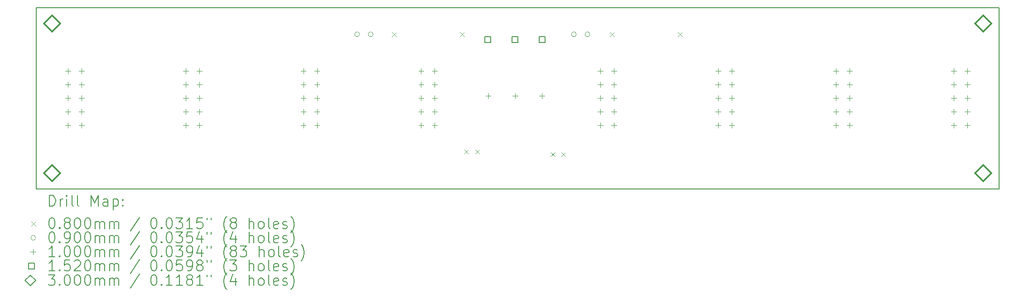
<source format=gbr>
%FSLAX45Y45*%
G04 Gerber Fmt 4.5, Leading zero omitted, Abs format (unit mm)*
G04 Created by KiCad (PCBNEW (6.0.1)) date 2022-07-08 14:05:00*
%MOMM*%
%LPD*%
G01*
G04 APERTURE LIST*
%TA.AperFunction,Profile*%
%ADD10C,0.150000*%
%TD*%
%ADD11C,0.200000*%
%ADD12C,0.080000*%
%ADD13C,0.090000*%
%ADD14C,0.100000*%
%ADD15C,0.152000*%
%ADD16C,0.300000*%
G04 APERTURE END LIST*
D10*
X23100000Y-5400000D02*
X5100000Y-5400000D01*
X23100000Y-5400000D02*
X23100000Y-8800000D01*
X5100000Y-8800000D02*
X23100000Y-8800000D01*
X5100000Y-5400000D02*
X5100000Y-8800000D01*
D11*
D12*
X11752500Y-5860000D02*
X11832500Y-5940000D01*
X11832500Y-5860000D02*
X11752500Y-5940000D01*
X13022500Y-5860000D02*
X13102500Y-5940000D01*
X13102500Y-5860000D02*
X13022500Y-5940000D01*
X13105511Y-8060000D02*
X13185511Y-8140000D01*
X13185511Y-8060000D02*
X13105511Y-8140000D01*
X13305511Y-8060000D02*
X13385511Y-8140000D01*
X13385511Y-8060000D02*
X13305511Y-8140000D01*
X14714489Y-8110000D02*
X14794489Y-8190000D01*
X14794489Y-8110000D02*
X14714489Y-8190000D01*
X14914489Y-8110000D02*
X14994489Y-8190000D01*
X14994489Y-8110000D02*
X14914489Y-8190000D01*
X15825000Y-5860000D02*
X15905000Y-5940000D01*
X15905000Y-5860000D02*
X15825000Y-5940000D01*
X17095000Y-5860000D02*
X17175000Y-5940000D01*
X17175000Y-5860000D02*
X17095000Y-5940000D01*
D13*
X11145000Y-5900000D02*
G75*
G03*
X11145000Y-5900000I-45000J0D01*
G01*
X11399000Y-5900000D02*
G75*
G03*
X11399000Y-5900000I-45000J0D01*
G01*
X15195000Y-5900000D02*
G75*
G03*
X15195000Y-5900000I-45000J0D01*
G01*
X15449000Y-5900000D02*
G75*
G03*
X15449000Y-5900000I-45000J0D01*
G01*
D14*
X5696000Y-6534000D02*
X5696000Y-6634000D01*
X5646000Y-6584000D02*
X5746000Y-6584000D01*
X5696000Y-6788000D02*
X5696000Y-6888000D01*
X5646000Y-6838000D02*
X5746000Y-6838000D01*
X5696000Y-7042000D02*
X5696000Y-7142000D01*
X5646000Y-7092000D02*
X5746000Y-7092000D01*
X5696000Y-7296000D02*
X5696000Y-7396000D01*
X5646000Y-7346000D02*
X5746000Y-7346000D01*
X5696000Y-7550000D02*
X5696000Y-7650000D01*
X5646000Y-7600000D02*
X5746000Y-7600000D01*
X5950000Y-6534000D02*
X5950000Y-6634000D01*
X5900000Y-6584000D02*
X6000000Y-6584000D01*
X5950000Y-6788000D02*
X5950000Y-6888000D01*
X5900000Y-6838000D02*
X6000000Y-6838000D01*
X5950000Y-7042000D02*
X5950000Y-7142000D01*
X5900000Y-7092000D02*
X6000000Y-7092000D01*
X5950000Y-7296000D02*
X5950000Y-7396000D01*
X5900000Y-7346000D02*
X6000000Y-7346000D01*
X5950000Y-7550000D02*
X5950000Y-7650000D01*
X5900000Y-7600000D02*
X6000000Y-7600000D01*
X7896000Y-6534000D02*
X7896000Y-6634000D01*
X7846000Y-6584000D02*
X7946000Y-6584000D01*
X7896000Y-6788000D02*
X7896000Y-6888000D01*
X7846000Y-6838000D02*
X7946000Y-6838000D01*
X7896000Y-7042000D02*
X7896000Y-7142000D01*
X7846000Y-7092000D02*
X7946000Y-7092000D01*
X7896000Y-7296000D02*
X7896000Y-7396000D01*
X7846000Y-7346000D02*
X7946000Y-7346000D01*
X7896000Y-7550000D02*
X7896000Y-7650000D01*
X7846000Y-7600000D02*
X7946000Y-7600000D01*
X8150000Y-6534000D02*
X8150000Y-6634000D01*
X8100000Y-6584000D02*
X8200000Y-6584000D01*
X8150000Y-6788000D02*
X8150000Y-6888000D01*
X8100000Y-6838000D02*
X8200000Y-6838000D01*
X8150000Y-7042000D02*
X8150000Y-7142000D01*
X8100000Y-7092000D02*
X8200000Y-7092000D01*
X8150000Y-7296000D02*
X8150000Y-7396000D01*
X8100000Y-7346000D02*
X8200000Y-7346000D01*
X8150000Y-7550000D02*
X8150000Y-7650000D01*
X8100000Y-7600000D02*
X8200000Y-7600000D01*
X10096000Y-6534000D02*
X10096000Y-6634000D01*
X10046000Y-6584000D02*
X10146000Y-6584000D01*
X10096000Y-6788000D02*
X10096000Y-6888000D01*
X10046000Y-6838000D02*
X10146000Y-6838000D01*
X10096000Y-7042000D02*
X10096000Y-7142000D01*
X10046000Y-7092000D02*
X10146000Y-7092000D01*
X10096000Y-7296000D02*
X10096000Y-7396000D01*
X10046000Y-7346000D02*
X10146000Y-7346000D01*
X10096000Y-7550000D02*
X10096000Y-7650000D01*
X10046000Y-7600000D02*
X10146000Y-7600000D01*
X10350000Y-6534000D02*
X10350000Y-6634000D01*
X10300000Y-6584000D02*
X10400000Y-6584000D01*
X10350000Y-6788000D02*
X10350000Y-6888000D01*
X10300000Y-6838000D02*
X10400000Y-6838000D01*
X10350000Y-7042000D02*
X10350000Y-7142000D01*
X10300000Y-7092000D02*
X10400000Y-7092000D01*
X10350000Y-7296000D02*
X10350000Y-7396000D01*
X10300000Y-7346000D02*
X10400000Y-7346000D01*
X10350000Y-7550000D02*
X10350000Y-7650000D01*
X10300000Y-7600000D02*
X10400000Y-7600000D01*
X12296000Y-6534000D02*
X12296000Y-6634000D01*
X12246000Y-6584000D02*
X12346000Y-6584000D01*
X12296000Y-6788000D02*
X12296000Y-6888000D01*
X12246000Y-6838000D02*
X12346000Y-6838000D01*
X12296000Y-7042000D02*
X12296000Y-7142000D01*
X12246000Y-7092000D02*
X12346000Y-7092000D01*
X12296000Y-7296000D02*
X12296000Y-7396000D01*
X12246000Y-7346000D02*
X12346000Y-7346000D01*
X12296000Y-7550000D02*
X12296000Y-7650000D01*
X12246000Y-7600000D02*
X12346000Y-7600000D01*
X12550000Y-6534000D02*
X12550000Y-6634000D01*
X12500000Y-6584000D02*
X12600000Y-6584000D01*
X12550000Y-6788000D02*
X12550000Y-6888000D01*
X12500000Y-6838000D02*
X12600000Y-6838000D01*
X12550000Y-7042000D02*
X12550000Y-7142000D01*
X12500000Y-7092000D02*
X12600000Y-7092000D01*
X12550000Y-7296000D02*
X12550000Y-7396000D01*
X12500000Y-7346000D02*
X12600000Y-7346000D01*
X12550000Y-7550000D02*
X12550000Y-7650000D01*
X12500000Y-7600000D02*
X12600000Y-7600000D01*
X13550000Y-7000000D02*
X13550000Y-7100000D01*
X13500000Y-7050000D02*
X13600000Y-7050000D01*
X14050000Y-7000000D02*
X14050000Y-7100000D01*
X14000000Y-7050000D02*
X14100000Y-7050000D01*
X14550000Y-7000000D02*
X14550000Y-7100000D01*
X14500000Y-7050000D02*
X14600000Y-7050000D01*
X15646000Y-6534000D02*
X15646000Y-6634000D01*
X15596000Y-6584000D02*
X15696000Y-6584000D01*
X15646000Y-6788000D02*
X15646000Y-6888000D01*
X15596000Y-6838000D02*
X15696000Y-6838000D01*
X15646000Y-7042000D02*
X15646000Y-7142000D01*
X15596000Y-7092000D02*
X15696000Y-7092000D01*
X15646000Y-7296000D02*
X15646000Y-7396000D01*
X15596000Y-7346000D02*
X15696000Y-7346000D01*
X15646000Y-7550000D02*
X15646000Y-7650000D01*
X15596000Y-7600000D02*
X15696000Y-7600000D01*
X15900000Y-6534000D02*
X15900000Y-6634000D01*
X15850000Y-6584000D02*
X15950000Y-6584000D01*
X15900000Y-6788000D02*
X15900000Y-6888000D01*
X15850000Y-6838000D02*
X15950000Y-6838000D01*
X15900000Y-7042000D02*
X15900000Y-7142000D01*
X15850000Y-7092000D02*
X15950000Y-7092000D01*
X15900000Y-7296000D02*
X15900000Y-7396000D01*
X15850000Y-7346000D02*
X15950000Y-7346000D01*
X15900000Y-7550000D02*
X15900000Y-7650000D01*
X15850000Y-7600000D02*
X15950000Y-7600000D01*
X17846000Y-6534000D02*
X17846000Y-6634000D01*
X17796000Y-6584000D02*
X17896000Y-6584000D01*
X17846000Y-6788000D02*
X17846000Y-6888000D01*
X17796000Y-6838000D02*
X17896000Y-6838000D01*
X17846000Y-7042000D02*
X17846000Y-7142000D01*
X17796000Y-7092000D02*
X17896000Y-7092000D01*
X17846000Y-7296000D02*
X17846000Y-7396000D01*
X17796000Y-7346000D02*
X17896000Y-7346000D01*
X17846000Y-7550000D02*
X17846000Y-7650000D01*
X17796000Y-7600000D02*
X17896000Y-7600000D01*
X18100000Y-6534000D02*
X18100000Y-6634000D01*
X18050000Y-6584000D02*
X18150000Y-6584000D01*
X18100000Y-6788000D02*
X18100000Y-6888000D01*
X18050000Y-6838000D02*
X18150000Y-6838000D01*
X18100000Y-7042000D02*
X18100000Y-7142000D01*
X18050000Y-7092000D02*
X18150000Y-7092000D01*
X18100000Y-7296000D02*
X18100000Y-7396000D01*
X18050000Y-7346000D02*
X18150000Y-7346000D01*
X18100000Y-7550000D02*
X18100000Y-7650000D01*
X18050000Y-7600000D02*
X18150000Y-7600000D01*
X20046000Y-6534000D02*
X20046000Y-6634000D01*
X19996000Y-6584000D02*
X20096000Y-6584000D01*
X20046000Y-6788000D02*
X20046000Y-6888000D01*
X19996000Y-6838000D02*
X20096000Y-6838000D01*
X20046000Y-7042000D02*
X20046000Y-7142000D01*
X19996000Y-7092000D02*
X20096000Y-7092000D01*
X20046000Y-7296000D02*
X20046000Y-7396000D01*
X19996000Y-7346000D02*
X20096000Y-7346000D01*
X20046000Y-7550000D02*
X20046000Y-7650000D01*
X19996000Y-7600000D02*
X20096000Y-7600000D01*
X20300000Y-6534000D02*
X20300000Y-6634000D01*
X20250000Y-6584000D02*
X20350000Y-6584000D01*
X20300000Y-6788000D02*
X20300000Y-6888000D01*
X20250000Y-6838000D02*
X20350000Y-6838000D01*
X20300000Y-7042000D02*
X20300000Y-7142000D01*
X20250000Y-7092000D02*
X20350000Y-7092000D01*
X20300000Y-7296000D02*
X20300000Y-7396000D01*
X20250000Y-7346000D02*
X20350000Y-7346000D01*
X20300000Y-7550000D02*
X20300000Y-7650000D01*
X20250000Y-7600000D02*
X20350000Y-7600000D01*
X22246000Y-6534000D02*
X22246000Y-6634000D01*
X22196000Y-6584000D02*
X22296000Y-6584000D01*
X22246000Y-6788000D02*
X22246000Y-6888000D01*
X22196000Y-6838000D02*
X22296000Y-6838000D01*
X22246000Y-7042000D02*
X22246000Y-7142000D01*
X22196000Y-7092000D02*
X22296000Y-7092000D01*
X22246000Y-7296000D02*
X22246000Y-7396000D01*
X22196000Y-7346000D02*
X22296000Y-7346000D01*
X22246000Y-7550000D02*
X22246000Y-7650000D01*
X22196000Y-7600000D02*
X22296000Y-7600000D01*
X22500000Y-6534000D02*
X22500000Y-6634000D01*
X22450000Y-6584000D02*
X22550000Y-6584000D01*
X22500000Y-6788000D02*
X22500000Y-6888000D01*
X22450000Y-6838000D02*
X22550000Y-6838000D01*
X22500000Y-7042000D02*
X22500000Y-7142000D01*
X22450000Y-7092000D02*
X22550000Y-7092000D01*
X22500000Y-7296000D02*
X22500000Y-7396000D01*
X22450000Y-7346000D02*
X22550000Y-7346000D01*
X22500000Y-7550000D02*
X22500000Y-7650000D01*
X22450000Y-7600000D02*
X22550000Y-7600000D01*
D15*
X13595741Y-6053741D02*
X13595741Y-5946259D01*
X13488259Y-5946259D01*
X13488259Y-6053741D01*
X13595741Y-6053741D01*
X14103741Y-6053741D02*
X14103741Y-5946259D01*
X13996259Y-5946259D01*
X13996259Y-6053741D01*
X14103741Y-6053741D01*
X14611741Y-6053741D02*
X14611741Y-5946259D01*
X14504259Y-5946259D01*
X14504259Y-6053741D01*
X14611741Y-6053741D01*
D16*
X5400000Y-5850000D02*
X5550000Y-5700000D01*
X5400000Y-5550000D01*
X5250000Y-5700000D01*
X5400000Y-5850000D01*
X5400000Y-8650000D02*
X5550000Y-8500000D01*
X5400000Y-8350000D01*
X5250000Y-8500000D01*
X5400000Y-8650000D01*
X22800000Y-5850000D02*
X22950000Y-5700000D01*
X22800000Y-5550000D01*
X22650000Y-5700000D01*
X22800000Y-5850000D01*
X22800000Y-8650000D02*
X22950000Y-8500000D01*
X22800000Y-8350000D01*
X22650000Y-8500000D01*
X22800000Y-8650000D01*
D11*
X5350119Y-9117976D02*
X5350119Y-8917976D01*
X5397738Y-8917976D01*
X5426310Y-8927500D01*
X5445357Y-8946548D01*
X5454881Y-8965595D01*
X5464405Y-9003690D01*
X5464405Y-9032262D01*
X5454881Y-9070357D01*
X5445357Y-9089405D01*
X5426310Y-9108452D01*
X5397738Y-9117976D01*
X5350119Y-9117976D01*
X5550119Y-9117976D02*
X5550119Y-8984643D01*
X5550119Y-9022738D02*
X5559643Y-9003690D01*
X5569167Y-8994167D01*
X5588214Y-8984643D01*
X5607262Y-8984643D01*
X5673928Y-9117976D02*
X5673928Y-8984643D01*
X5673928Y-8917976D02*
X5664405Y-8927500D01*
X5673928Y-8937024D01*
X5683452Y-8927500D01*
X5673928Y-8917976D01*
X5673928Y-8937024D01*
X5797738Y-9117976D02*
X5778690Y-9108452D01*
X5769167Y-9089405D01*
X5769167Y-8917976D01*
X5902500Y-9117976D02*
X5883452Y-9108452D01*
X5873928Y-9089405D01*
X5873928Y-8917976D01*
X6131071Y-9117976D02*
X6131071Y-8917976D01*
X6197738Y-9060833D01*
X6264405Y-8917976D01*
X6264405Y-9117976D01*
X6445357Y-9117976D02*
X6445357Y-9013214D01*
X6435833Y-8994167D01*
X6416786Y-8984643D01*
X6378690Y-8984643D01*
X6359643Y-8994167D01*
X6445357Y-9108452D02*
X6426309Y-9117976D01*
X6378690Y-9117976D01*
X6359643Y-9108452D01*
X6350119Y-9089405D01*
X6350119Y-9070357D01*
X6359643Y-9051310D01*
X6378690Y-9041786D01*
X6426309Y-9041786D01*
X6445357Y-9032262D01*
X6540595Y-8984643D02*
X6540595Y-9184643D01*
X6540595Y-8994167D02*
X6559643Y-8984643D01*
X6597738Y-8984643D01*
X6616786Y-8994167D01*
X6626309Y-9003690D01*
X6635833Y-9022738D01*
X6635833Y-9079881D01*
X6626309Y-9098929D01*
X6616786Y-9108452D01*
X6597738Y-9117976D01*
X6559643Y-9117976D01*
X6540595Y-9108452D01*
X6721548Y-9098929D02*
X6731071Y-9108452D01*
X6721548Y-9117976D01*
X6712024Y-9108452D01*
X6721548Y-9098929D01*
X6721548Y-9117976D01*
X6721548Y-8994167D02*
X6731071Y-9003690D01*
X6721548Y-9013214D01*
X6712024Y-9003690D01*
X6721548Y-8994167D01*
X6721548Y-9013214D01*
D12*
X5012500Y-9407500D02*
X5092500Y-9487500D01*
X5092500Y-9407500D02*
X5012500Y-9487500D01*
D11*
X5388214Y-9337976D02*
X5407262Y-9337976D01*
X5426310Y-9347500D01*
X5435833Y-9357024D01*
X5445357Y-9376071D01*
X5454881Y-9414167D01*
X5454881Y-9461786D01*
X5445357Y-9499881D01*
X5435833Y-9518929D01*
X5426310Y-9528452D01*
X5407262Y-9537976D01*
X5388214Y-9537976D01*
X5369167Y-9528452D01*
X5359643Y-9518929D01*
X5350119Y-9499881D01*
X5340595Y-9461786D01*
X5340595Y-9414167D01*
X5350119Y-9376071D01*
X5359643Y-9357024D01*
X5369167Y-9347500D01*
X5388214Y-9337976D01*
X5540595Y-9518929D02*
X5550119Y-9528452D01*
X5540595Y-9537976D01*
X5531071Y-9528452D01*
X5540595Y-9518929D01*
X5540595Y-9537976D01*
X5664405Y-9423690D02*
X5645357Y-9414167D01*
X5635833Y-9404643D01*
X5626309Y-9385595D01*
X5626309Y-9376071D01*
X5635833Y-9357024D01*
X5645357Y-9347500D01*
X5664405Y-9337976D01*
X5702500Y-9337976D01*
X5721548Y-9347500D01*
X5731071Y-9357024D01*
X5740595Y-9376071D01*
X5740595Y-9385595D01*
X5731071Y-9404643D01*
X5721548Y-9414167D01*
X5702500Y-9423690D01*
X5664405Y-9423690D01*
X5645357Y-9433214D01*
X5635833Y-9442738D01*
X5626309Y-9461786D01*
X5626309Y-9499881D01*
X5635833Y-9518929D01*
X5645357Y-9528452D01*
X5664405Y-9537976D01*
X5702500Y-9537976D01*
X5721548Y-9528452D01*
X5731071Y-9518929D01*
X5740595Y-9499881D01*
X5740595Y-9461786D01*
X5731071Y-9442738D01*
X5721548Y-9433214D01*
X5702500Y-9423690D01*
X5864405Y-9337976D02*
X5883452Y-9337976D01*
X5902500Y-9347500D01*
X5912024Y-9357024D01*
X5921548Y-9376071D01*
X5931071Y-9414167D01*
X5931071Y-9461786D01*
X5921548Y-9499881D01*
X5912024Y-9518929D01*
X5902500Y-9528452D01*
X5883452Y-9537976D01*
X5864405Y-9537976D01*
X5845357Y-9528452D01*
X5835833Y-9518929D01*
X5826309Y-9499881D01*
X5816786Y-9461786D01*
X5816786Y-9414167D01*
X5826309Y-9376071D01*
X5835833Y-9357024D01*
X5845357Y-9347500D01*
X5864405Y-9337976D01*
X6054881Y-9337976D02*
X6073928Y-9337976D01*
X6092976Y-9347500D01*
X6102500Y-9357024D01*
X6112024Y-9376071D01*
X6121548Y-9414167D01*
X6121548Y-9461786D01*
X6112024Y-9499881D01*
X6102500Y-9518929D01*
X6092976Y-9528452D01*
X6073928Y-9537976D01*
X6054881Y-9537976D01*
X6035833Y-9528452D01*
X6026309Y-9518929D01*
X6016786Y-9499881D01*
X6007262Y-9461786D01*
X6007262Y-9414167D01*
X6016786Y-9376071D01*
X6026309Y-9357024D01*
X6035833Y-9347500D01*
X6054881Y-9337976D01*
X6207262Y-9537976D02*
X6207262Y-9404643D01*
X6207262Y-9423690D02*
X6216786Y-9414167D01*
X6235833Y-9404643D01*
X6264405Y-9404643D01*
X6283452Y-9414167D01*
X6292976Y-9433214D01*
X6292976Y-9537976D01*
X6292976Y-9433214D02*
X6302500Y-9414167D01*
X6321548Y-9404643D01*
X6350119Y-9404643D01*
X6369167Y-9414167D01*
X6378690Y-9433214D01*
X6378690Y-9537976D01*
X6473928Y-9537976D02*
X6473928Y-9404643D01*
X6473928Y-9423690D02*
X6483452Y-9414167D01*
X6502500Y-9404643D01*
X6531071Y-9404643D01*
X6550119Y-9414167D01*
X6559643Y-9433214D01*
X6559643Y-9537976D01*
X6559643Y-9433214D02*
X6569167Y-9414167D01*
X6588214Y-9404643D01*
X6616786Y-9404643D01*
X6635833Y-9414167D01*
X6645357Y-9433214D01*
X6645357Y-9537976D01*
X7035833Y-9328452D02*
X6864405Y-9585595D01*
X7292976Y-9337976D02*
X7312024Y-9337976D01*
X7331071Y-9347500D01*
X7340595Y-9357024D01*
X7350119Y-9376071D01*
X7359643Y-9414167D01*
X7359643Y-9461786D01*
X7350119Y-9499881D01*
X7340595Y-9518929D01*
X7331071Y-9528452D01*
X7312024Y-9537976D01*
X7292976Y-9537976D01*
X7273928Y-9528452D01*
X7264405Y-9518929D01*
X7254881Y-9499881D01*
X7245357Y-9461786D01*
X7245357Y-9414167D01*
X7254881Y-9376071D01*
X7264405Y-9357024D01*
X7273928Y-9347500D01*
X7292976Y-9337976D01*
X7445357Y-9518929D02*
X7454881Y-9528452D01*
X7445357Y-9537976D01*
X7435833Y-9528452D01*
X7445357Y-9518929D01*
X7445357Y-9537976D01*
X7578690Y-9337976D02*
X7597738Y-9337976D01*
X7616786Y-9347500D01*
X7626309Y-9357024D01*
X7635833Y-9376071D01*
X7645357Y-9414167D01*
X7645357Y-9461786D01*
X7635833Y-9499881D01*
X7626309Y-9518929D01*
X7616786Y-9528452D01*
X7597738Y-9537976D01*
X7578690Y-9537976D01*
X7559643Y-9528452D01*
X7550119Y-9518929D01*
X7540595Y-9499881D01*
X7531071Y-9461786D01*
X7531071Y-9414167D01*
X7540595Y-9376071D01*
X7550119Y-9357024D01*
X7559643Y-9347500D01*
X7578690Y-9337976D01*
X7712024Y-9337976D02*
X7835833Y-9337976D01*
X7769167Y-9414167D01*
X7797738Y-9414167D01*
X7816786Y-9423690D01*
X7826309Y-9433214D01*
X7835833Y-9452262D01*
X7835833Y-9499881D01*
X7826309Y-9518929D01*
X7816786Y-9528452D01*
X7797738Y-9537976D01*
X7740595Y-9537976D01*
X7721548Y-9528452D01*
X7712024Y-9518929D01*
X8026309Y-9537976D02*
X7912024Y-9537976D01*
X7969167Y-9537976D02*
X7969167Y-9337976D01*
X7950119Y-9366548D01*
X7931071Y-9385595D01*
X7912024Y-9395119D01*
X8207262Y-9337976D02*
X8112024Y-9337976D01*
X8102500Y-9433214D01*
X8112024Y-9423690D01*
X8131071Y-9414167D01*
X8178690Y-9414167D01*
X8197738Y-9423690D01*
X8207262Y-9433214D01*
X8216786Y-9452262D01*
X8216786Y-9499881D01*
X8207262Y-9518929D01*
X8197738Y-9528452D01*
X8178690Y-9537976D01*
X8131071Y-9537976D01*
X8112024Y-9528452D01*
X8102500Y-9518929D01*
X8292976Y-9337976D02*
X8292976Y-9376071D01*
X8369167Y-9337976D02*
X8369167Y-9376071D01*
X8664405Y-9614167D02*
X8654881Y-9604643D01*
X8635833Y-9576071D01*
X8626310Y-9557024D01*
X8616786Y-9528452D01*
X8607262Y-9480833D01*
X8607262Y-9442738D01*
X8616786Y-9395119D01*
X8626310Y-9366548D01*
X8635833Y-9347500D01*
X8654881Y-9318929D01*
X8664405Y-9309405D01*
X8769167Y-9423690D02*
X8750119Y-9414167D01*
X8740595Y-9404643D01*
X8731071Y-9385595D01*
X8731071Y-9376071D01*
X8740595Y-9357024D01*
X8750119Y-9347500D01*
X8769167Y-9337976D01*
X8807262Y-9337976D01*
X8826310Y-9347500D01*
X8835833Y-9357024D01*
X8845357Y-9376071D01*
X8845357Y-9385595D01*
X8835833Y-9404643D01*
X8826310Y-9414167D01*
X8807262Y-9423690D01*
X8769167Y-9423690D01*
X8750119Y-9433214D01*
X8740595Y-9442738D01*
X8731071Y-9461786D01*
X8731071Y-9499881D01*
X8740595Y-9518929D01*
X8750119Y-9528452D01*
X8769167Y-9537976D01*
X8807262Y-9537976D01*
X8826310Y-9528452D01*
X8835833Y-9518929D01*
X8845357Y-9499881D01*
X8845357Y-9461786D01*
X8835833Y-9442738D01*
X8826310Y-9433214D01*
X8807262Y-9423690D01*
X9083452Y-9537976D02*
X9083452Y-9337976D01*
X9169167Y-9537976D02*
X9169167Y-9433214D01*
X9159643Y-9414167D01*
X9140595Y-9404643D01*
X9112024Y-9404643D01*
X9092976Y-9414167D01*
X9083452Y-9423690D01*
X9292976Y-9537976D02*
X9273929Y-9528452D01*
X9264405Y-9518929D01*
X9254881Y-9499881D01*
X9254881Y-9442738D01*
X9264405Y-9423690D01*
X9273929Y-9414167D01*
X9292976Y-9404643D01*
X9321548Y-9404643D01*
X9340595Y-9414167D01*
X9350119Y-9423690D01*
X9359643Y-9442738D01*
X9359643Y-9499881D01*
X9350119Y-9518929D01*
X9340595Y-9528452D01*
X9321548Y-9537976D01*
X9292976Y-9537976D01*
X9473929Y-9537976D02*
X9454881Y-9528452D01*
X9445357Y-9509405D01*
X9445357Y-9337976D01*
X9626310Y-9528452D02*
X9607262Y-9537976D01*
X9569167Y-9537976D01*
X9550119Y-9528452D01*
X9540595Y-9509405D01*
X9540595Y-9433214D01*
X9550119Y-9414167D01*
X9569167Y-9404643D01*
X9607262Y-9404643D01*
X9626310Y-9414167D01*
X9635833Y-9433214D01*
X9635833Y-9452262D01*
X9540595Y-9471310D01*
X9712024Y-9528452D02*
X9731071Y-9537976D01*
X9769167Y-9537976D01*
X9788214Y-9528452D01*
X9797738Y-9509405D01*
X9797738Y-9499881D01*
X9788214Y-9480833D01*
X9769167Y-9471310D01*
X9740595Y-9471310D01*
X9721548Y-9461786D01*
X9712024Y-9442738D01*
X9712024Y-9433214D01*
X9721548Y-9414167D01*
X9740595Y-9404643D01*
X9769167Y-9404643D01*
X9788214Y-9414167D01*
X9864405Y-9614167D02*
X9873929Y-9604643D01*
X9892976Y-9576071D01*
X9902500Y-9557024D01*
X9912024Y-9528452D01*
X9921548Y-9480833D01*
X9921548Y-9442738D01*
X9912024Y-9395119D01*
X9902500Y-9366548D01*
X9892976Y-9347500D01*
X9873929Y-9318929D01*
X9864405Y-9309405D01*
D13*
X5092500Y-9711500D02*
G75*
G03*
X5092500Y-9711500I-45000J0D01*
G01*
D11*
X5388214Y-9601976D02*
X5407262Y-9601976D01*
X5426310Y-9611500D01*
X5435833Y-9621024D01*
X5445357Y-9640071D01*
X5454881Y-9678167D01*
X5454881Y-9725786D01*
X5445357Y-9763881D01*
X5435833Y-9782929D01*
X5426310Y-9792452D01*
X5407262Y-9801976D01*
X5388214Y-9801976D01*
X5369167Y-9792452D01*
X5359643Y-9782929D01*
X5350119Y-9763881D01*
X5340595Y-9725786D01*
X5340595Y-9678167D01*
X5350119Y-9640071D01*
X5359643Y-9621024D01*
X5369167Y-9611500D01*
X5388214Y-9601976D01*
X5540595Y-9782929D02*
X5550119Y-9792452D01*
X5540595Y-9801976D01*
X5531071Y-9792452D01*
X5540595Y-9782929D01*
X5540595Y-9801976D01*
X5645357Y-9801976D02*
X5683452Y-9801976D01*
X5702500Y-9792452D01*
X5712024Y-9782929D01*
X5731071Y-9754357D01*
X5740595Y-9716262D01*
X5740595Y-9640071D01*
X5731071Y-9621024D01*
X5721548Y-9611500D01*
X5702500Y-9601976D01*
X5664405Y-9601976D01*
X5645357Y-9611500D01*
X5635833Y-9621024D01*
X5626309Y-9640071D01*
X5626309Y-9687690D01*
X5635833Y-9706738D01*
X5645357Y-9716262D01*
X5664405Y-9725786D01*
X5702500Y-9725786D01*
X5721548Y-9716262D01*
X5731071Y-9706738D01*
X5740595Y-9687690D01*
X5864405Y-9601976D02*
X5883452Y-9601976D01*
X5902500Y-9611500D01*
X5912024Y-9621024D01*
X5921548Y-9640071D01*
X5931071Y-9678167D01*
X5931071Y-9725786D01*
X5921548Y-9763881D01*
X5912024Y-9782929D01*
X5902500Y-9792452D01*
X5883452Y-9801976D01*
X5864405Y-9801976D01*
X5845357Y-9792452D01*
X5835833Y-9782929D01*
X5826309Y-9763881D01*
X5816786Y-9725786D01*
X5816786Y-9678167D01*
X5826309Y-9640071D01*
X5835833Y-9621024D01*
X5845357Y-9611500D01*
X5864405Y-9601976D01*
X6054881Y-9601976D02*
X6073928Y-9601976D01*
X6092976Y-9611500D01*
X6102500Y-9621024D01*
X6112024Y-9640071D01*
X6121548Y-9678167D01*
X6121548Y-9725786D01*
X6112024Y-9763881D01*
X6102500Y-9782929D01*
X6092976Y-9792452D01*
X6073928Y-9801976D01*
X6054881Y-9801976D01*
X6035833Y-9792452D01*
X6026309Y-9782929D01*
X6016786Y-9763881D01*
X6007262Y-9725786D01*
X6007262Y-9678167D01*
X6016786Y-9640071D01*
X6026309Y-9621024D01*
X6035833Y-9611500D01*
X6054881Y-9601976D01*
X6207262Y-9801976D02*
X6207262Y-9668643D01*
X6207262Y-9687690D02*
X6216786Y-9678167D01*
X6235833Y-9668643D01*
X6264405Y-9668643D01*
X6283452Y-9678167D01*
X6292976Y-9697214D01*
X6292976Y-9801976D01*
X6292976Y-9697214D02*
X6302500Y-9678167D01*
X6321548Y-9668643D01*
X6350119Y-9668643D01*
X6369167Y-9678167D01*
X6378690Y-9697214D01*
X6378690Y-9801976D01*
X6473928Y-9801976D02*
X6473928Y-9668643D01*
X6473928Y-9687690D02*
X6483452Y-9678167D01*
X6502500Y-9668643D01*
X6531071Y-9668643D01*
X6550119Y-9678167D01*
X6559643Y-9697214D01*
X6559643Y-9801976D01*
X6559643Y-9697214D02*
X6569167Y-9678167D01*
X6588214Y-9668643D01*
X6616786Y-9668643D01*
X6635833Y-9678167D01*
X6645357Y-9697214D01*
X6645357Y-9801976D01*
X7035833Y-9592452D02*
X6864405Y-9849595D01*
X7292976Y-9601976D02*
X7312024Y-9601976D01*
X7331071Y-9611500D01*
X7340595Y-9621024D01*
X7350119Y-9640071D01*
X7359643Y-9678167D01*
X7359643Y-9725786D01*
X7350119Y-9763881D01*
X7340595Y-9782929D01*
X7331071Y-9792452D01*
X7312024Y-9801976D01*
X7292976Y-9801976D01*
X7273928Y-9792452D01*
X7264405Y-9782929D01*
X7254881Y-9763881D01*
X7245357Y-9725786D01*
X7245357Y-9678167D01*
X7254881Y-9640071D01*
X7264405Y-9621024D01*
X7273928Y-9611500D01*
X7292976Y-9601976D01*
X7445357Y-9782929D02*
X7454881Y-9792452D01*
X7445357Y-9801976D01*
X7435833Y-9792452D01*
X7445357Y-9782929D01*
X7445357Y-9801976D01*
X7578690Y-9601976D02*
X7597738Y-9601976D01*
X7616786Y-9611500D01*
X7626309Y-9621024D01*
X7635833Y-9640071D01*
X7645357Y-9678167D01*
X7645357Y-9725786D01*
X7635833Y-9763881D01*
X7626309Y-9782929D01*
X7616786Y-9792452D01*
X7597738Y-9801976D01*
X7578690Y-9801976D01*
X7559643Y-9792452D01*
X7550119Y-9782929D01*
X7540595Y-9763881D01*
X7531071Y-9725786D01*
X7531071Y-9678167D01*
X7540595Y-9640071D01*
X7550119Y-9621024D01*
X7559643Y-9611500D01*
X7578690Y-9601976D01*
X7712024Y-9601976D02*
X7835833Y-9601976D01*
X7769167Y-9678167D01*
X7797738Y-9678167D01*
X7816786Y-9687690D01*
X7826309Y-9697214D01*
X7835833Y-9716262D01*
X7835833Y-9763881D01*
X7826309Y-9782929D01*
X7816786Y-9792452D01*
X7797738Y-9801976D01*
X7740595Y-9801976D01*
X7721548Y-9792452D01*
X7712024Y-9782929D01*
X8016786Y-9601976D02*
X7921548Y-9601976D01*
X7912024Y-9697214D01*
X7921548Y-9687690D01*
X7940595Y-9678167D01*
X7988214Y-9678167D01*
X8007262Y-9687690D01*
X8016786Y-9697214D01*
X8026309Y-9716262D01*
X8026309Y-9763881D01*
X8016786Y-9782929D01*
X8007262Y-9792452D01*
X7988214Y-9801976D01*
X7940595Y-9801976D01*
X7921548Y-9792452D01*
X7912024Y-9782929D01*
X8197738Y-9668643D02*
X8197738Y-9801976D01*
X8150119Y-9592452D02*
X8102500Y-9735310D01*
X8226309Y-9735310D01*
X8292976Y-9601976D02*
X8292976Y-9640071D01*
X8369167Y-9601976D02*
X8369167Y-9640071D01*
X8664405Y-9878167D02*
X8654881Y-9868643D01*
X8635833Y-9840071D01*
X8626310Y-9821024D01*
X8616786Y-9792452D01*
X8607262Y-9744833D01*
X8607262Y-9706738D01*
X8616786Y-9659119D01*
X8626310Y-9630548D01*
X8635833Y-9611500D01*
X8654881Y-9582929D01*
X8664405Y-9573405D01*
X8826310Y-9668643D02*
X8826310Y-9801976D01*
X8778690Y-9592452D02*
X8731071Y-9735310D01*
X8854881Y-9735310D01*
X9083452Y-9801976D02*
X9083452Y-9601976D01*
X9169167Y-9801976D02*
X9169167Y-9697214D01*
X9159643Y-9678167D01*
X9140595Y-9668643D01*
X9112024Y-9668643D01*
X9092976Y-9678167D01*
X9083452Y-9687690D01*
X9292976Y-9801976D02*
X9273929Y-9792452D01*
X9264405Y-9782929D01*
X9254881Y-9763881D01*
X9254881Y-9706738D01*
X9264405Y-9687690D01*
X9273929Y-9678167D01*
X9292976Y-9668643D01*
X9321548Y-9668643D01*
X9340595Y-9678167D01*
X9350119Y-9687690D01*
X9359643Y-9706738D01*
X9359643Y-9763881D01*
X9350119Y-9782929D01*
X9340595Y-9792452D01*
X9321548Y-9801976D01*
X9292976Y-9801976D01*
X9473929Y-9801976D02*
X9454881Y-9792452D01*
X9445357Y-9773405D01*
X9445357Y-9601976D01*
X9626310Y-9792452D02*
X9607262Y-9801976D01*
X9569167Y-9801976D01*
X9550119Y-9792452D01*
X9540595Y-9773405D01*
X9540595Y-9697214D01*
X9550119Y-9678167D01*
X9569167Y-9668643D01*
X9607262Y-9668643D01*
X9626310Y-9678167D01*
X9635833Y-9697214D01*
X9635833Y-9716262D01*
X9540595Y-9735310D01*
X9712024Y-9792452D02*
X9731071Y-9801976D01*
X9769167Y-9801976D01*
X9788214Y-9792452D01*
X9797738Y-9773405D01*
X9797738Y-9763881D01*
X9788214Y-9744833D01*
X9769167Y-9735310D01*
X9740595Y-9735310D01*
X9721548Y-9725786D01*
X9712024Y-9706738D01*
X9712024Y-9697214D01*
X9721548Y-9678167D01*
X9740595Y-9668643D01*
X9769167Y-9668643D01*
X9788214Y-9678167D01*
X9864405Y-9878167D02*
X9873929Y-9868643D01*
X9892976Y-9840071D01*
X9902500Y-9821024D01*
X9912024Y-9792452D01*
X9921548Y-9744833D01*
X9921548Y-9706738D01*
X9912024Y-9659119D01*
X9902500Y-9630548D01*
X9892976Y-9611500D01*
X9873929Y-9582929D01*
X9864405Y-9573405D01*
D14*
X5042500Y-9925500D02*
X5042500Y-10025500D01*
X4992500Y-9975500D02*
X5092500Y-9975500D01*
D11*
X5454881Y-10065976D02*
X5340595Y-10065976D01*
X5397738Y-10065976D02*
X5397738Y-9865976D01*
X5378690Y-9894548D01*
X5359643Y-9913595D01*
X5340595Y-9923119D01*
X5540595Y-10046929D02*
X5550119Y-10056452D01*
X5540595Y-10065976D01*
X5531071Y-10056452D01*
X5540595Y-10046929D01*
X5540595Y-10065976D01*
X5673928Y-9865976D02*
X5692976Y-9865976D01*
X5712024Y-9875500D01*
X5721548Y-9885024D01*
X5731071Y-9904071D01*
X5740595Y-9942167D01*
X5740595Y-9989786D01*
X5731071Y-10027881D01*
X5721548Y-10046929D01*
X5712024Y-10056452D01*
X5692976Y-10065976D01*
X5673928Y-10065976D01*
X5654881Y-10056452D01*
X5645357Y-10046929D01*
X5635833Y-10027881D01*
X5626309Y-9989786D01*
X5626309Y-9942167D01*
X5635833Y-9904071D01*
X5645357Y-9885024D01*
X5654881Y-9875500D01*
X5673928Y-9865976D01*
X5864405Y-9865976D02*
X5883452Y-9865976D01*
X5902500Y-9875500D01*
X5912024Y-9885024D01*
X5921548Y-9904071D01*
X5931071Y-9942167D01*
X5931071Y-9989786D01*
X5921548Y-10027881D01*
X5912024Y-10046929D01*
X5902500Y-10056452D01*
X5883452Y-10065976D01*
X5864405Y-10065976D01*
X5845357Y-10056452D01*
X5835833Y-10046929D01*
X5826309Y-10027881D01*
X5816786Y-9989786D01*
X5816786Y-9942167D01*
X5826309Y-9904071D01*
X5835833Y-9885024D01*
X5845357Y-9875500D01*
X5864405Y-9865976D01*
X6054881Y-9865976D02*
X6073928Y-9865976D01*
X6092976Y-9875500D01*
X6102500Y-9885024D01*
X6112024Y-9904071D01*
X6121548Y-9942167D01*
X6121548Y-9989786D01*
X6112024Y-10027881D01*
X6102500Y-10046929D01*
X6092976Y-10056452D01*
X6073928Y-10065976D01*
X6054881Y-10065976D01*
X6035833Y-10056452D01*
X6026309Y-10046929D01*
X6016786Y-10027881D01*
X6007262Y-9989786D01*
X6007262Y-9942167D01*
X6016786Y-9904071D01*
X6026309Y-9885024D01*
X6035833Y-9875500D01*
X6054881Y-9865976D01*
X6207262Y-10065976D02*
X6207262Y-9932643D01*
X6207262Y-9951690D02*
X6216786Y-9942167D01*
X6235833Y-9932643D01*
X6264405Y-9932643D01*
X6283452Y-9942167D01*
X6292976Y-9961214D01*
X6292976Y-10065976D01*
X6292976Y-9961214D02*
X6302500Y-9942167D01*
X6321548Y-9932643D01*
X6350119Y-9932643D01*
X6369167Y-9942167D01*
X6378690Y-9961214D01*
X6378690Y-10065976D01*
X6473928Y-10065976D02*
X6473928Y-9932643D01*
X6473928Y-9951690D02*
X6483452Y-9942167D01*
X6502500Y-9932643D01*
X6531071Y-9932643D01*
X6550119Y-9942167D01*
X6559643Y-9961214D01*
X6559643Y-10065976D01*
X6559643Y-9961214D02*
X6569167Y-9942167D01*
X6588214Y-9932643D01*
X6616786Y-9932643D01*
X6635833Y-9942167D01*
X6645357Y-9961214D01*
X6645357Y-10065976D01*
X7035833Y-9856452D02*
X6864405Y-10113595D01*
X7292976Y-9865976D02*
X7312024Y-9865976D01*
X7331071Y-9875500D01*
X7340595Y-9885024D01*
X7350119Y-9904071D01*
X7359643Y-9942167D01*
X7359643Y-9989786D01*
X7350119Y-10027881D01*
X7340595Y-10046929D01*
X7331071Y-10056452D01*
X7312024Y-10065976D01*
X7292976Y-10065976D01*
X7273928Y-10056452D01*
X7264405Y-10046929D01*
X7254881Y-10027881D01*
X7245357Y-9989786D01*
X7245357Y-9942167D01*
X7254881Y-9904071D01*
X7264405Y-9885024D01*
X7273928Y-9875500D01*
X7292976Y-9865976D01*
X7445357Y-10046929D02*
X7454881Y-10056452D01*
X7445357Y-10065976D01*
X7435833Y-10056452D01*
X7445357Y-10046929D01*
X7445357Y-10065976D01*
X7578690Y-9865976D02*
X7597738Y-9865976D01*
X7616786Y-9875500D01*
X7626309Y-9885024D01*
X7635833Y-9904071D01*
X7645357Y-9942167D01*
X7645357Y-9989786D01*
X7635833Y-10027881D01*
X7626309Y-10046929D01*
X7616786Y-10056452D01*
X7597738Y-10065976D01*
X7578690Y-10065976D01*
X7559643Y-10056452D01*
X7550119Y-10046929D01*
X7540595Y-10027881D01*
X7531071Y-9989786D01*
X7531071Y-9942167D01*
X7540595Y-9904071D01*
X7550119Y-9885024D01*
X7559643Y-9875500D01*
X7578690Y-9865976D01*
X7712024Y-9865976D02*
X7835833Y-9865976D01*
X7769167Y-9942167D01*
X7797738Y-9942167D01*
X7816786Y-9951690D01*
X7826309Y-9961214D01*
X7835833Y-9980262D01*
X7835833Y-10027881D01*
X7826309Y-10046929D01*
X7816786Y-10056452D01*
X7797738Y-10065976D01*
X7740595Y-10065976D01*
X7721548Y-10056452D01*
X7712024Y-10046929D01*
X7931071Y-10065976D02*
X7969167Y-10065976D01*
X7988214Y-10056452D01*
X7997738Y-10046929D01*
X8016786Y-10018357D01*
X8026309Y-9980262D01*
X8026309Y-9904071D01*
X8016786Y-9885024D01*
X8007262Y-9875500D01*
X7988214Y-9865976D01*
X7950119Y-9865976D01*
X7931071Y-9875500D01*
X7921548Y-9885024D01*
X7912024Y-9904071D01*
X7912024Y-9951690D01*
X7921548Y-9970738D01*
X7931071Y-9980262D01*
X7950119Y-9989786D01*
X7988214Y-9989786D01*
X8007262Y-9980262D01*
X8016786Y-9970738D01*
X8026309Y-9951690D01*
X8197738Y-9932643D02*
X8197738Y-10065976D01*
X8150119Y-9856452D02*
X8102500Y-9999310D01*
X8226309Y-9999310D01*
X8292976Y-9865976D02*
X8292976Y-9904071D01*
X8369167Y-9865976D02*
X8369167Y-9904071D01*
X8664405Y-10142167D02*
X8654881Y-10132643D01*
X8635833Y-10104071D01*
X8626310Y-10085024D01*
X8616786Y-10056452D01*
X8607262Y-10008833D01*
X8607262Y-9970738D01*
X8616786Y-9923119D01*
X8626310Y-9894548D01*
X8635833Y-9875500D01*
X8654881Y-9846929D01*
X8664405Y-9837405D01*
X8769167Y-9951690D02*
X8750119Y-9942167D01*
X8740595Y-9932643D01*
X8731071Y-9913595D01*
X8731071Y-9904071D01*
X8740595Y-9885024D01*
X8750119Y-9875500D01*
X8769167Y-9865976D01*
X8807262Y-9865976D01*
X8826310Y-9875500D01*
X8835833Y-9885024D01*
X8845357Y-9904071D01*
X8845357Y-9913595D01*
X8835833Y-9932643D01*
X8826310Y-9942167D01*
X8807262Y-9951690D01*
X8769167Y-9951690D01*
X8750119Y-9961214D01*
X8740595Y-9970738D01*
X8731071Y-9989786D01*
X8731071Y-10027881D01*
X8740595Y-10046929D01*
X8750119Y-10056452D01*
X8769167Y-10065976D01*
X8807262Y-10065976D01*
X8826310Y-10056452D01*
X8835833Y-10046929D01*
X8845357Y-10027881D01*
X8845357Y-9989786D01*
X8835833Y-9970738D01*
X8826310Y-9961214D01*
X8807262Y-9951690D01*
X8912024Y-9865976D02*
X9035833Y-9865976D01*
X8969167Y-9942167D01*
X8997738Y-9942167D01*
X9016786Y-9951690D01*
X9026310Y-9961214D01*
X9035833Y-9980262D01*
X9035833Y-10027881D01*
X9026310Y-10046929D01*
X9016786Y-10056452D01*
X8997738Y-10065976D01*
X8940595Y-10065976D01*
X8921548Y-10056452D01*
X8912024Y-10046929D01*
X9273929Y-10065976D02*
X9273929Y-9865976D01*
X9359643Y-10065976D02*
X9359643Y-9961214D01*
X9350119Y-9942167D01*
X9331071Y-9932643D01*
X9302500Y-9932643D01*
X9283452Y-9942167D01*
X9273929Y-9951690D01*
X9483452Y-10065976D02*
X9464405Y-10056452D01*
X9454881Y-10046929D01*
X9445357Y-10027881D01*
X9445357Y-9970738D01*
X9454881Y-9951690D01*
X9464405Y-9942167D01*
X9483452Y-9932643D01*
X9512024Y-9932643D01*
X9531071Y-9942167D01*
X9540595Y-9951690D01*
X9550119Y-9970738D01*
X9550119Y-10027881D01*
X9540595Y-10046929D01*
X9531071Y-10056452D01*
X9512024Y-10065976D01*
X9483452Y-10065976D01*
X9664405Y-10065976D02*
X9645357Y-10056452D01*
X9635833Y-10037405D01*
X9635833Y-9865976D01*
X9816786Y-10056452D02*
X9797738Y-10065976D01*
X9759643Y-10065976D01*
X9740595Y-10056452D01*
X9731071Y-10037405D01*
X9731071Y-9961214D01*
X9740595Y-9942167D01*
X9759643Y-9932643D01*
X9797738Y-9932643D01*
X9816786Y-9942167D01*
X9826310Y-9961214D01*
X9826310Y-9980262D01*
X9731071Y-9999310D01*
X9902500Y-10056452D02*
X9921548Y-10065976D01*
X9959643Y-10065976D01*
X9978690Y-10056452D01*
X9988214Y-10037405D01*
X9988214Y-10027881D01*
X9978690Y-10008833D01*
X9959643Y-9999310D01*
X9931071Y-9999310D01*
X9912024Y-9989786D01*
X9902500Y-9970738D01*
X9902500Y-9961214D01*
X9912024Y-9942167D01*
X9931071Y-9932643D01*
X9959643Y-9932643D01*
X9978690Y-9942167D01*
X10054881Y-10142167D02*
X10064405Y-10132643D01*
X10083452Y-10104071D01*
X10092976Y-10085024D01*
X10102500Y-10056452D01*
X10112024Y-10008833D01*
X10112024Y-9970738D01*
X10102500Y-9923119D01*
X10092976Y-9894548D01*
X10083452Y-9875500D01*
X10064405Y-9846929D01*
X10054881Y-9837405D01*
D15*
X5070241Y-10293241D02*
X5070241Y-10185759D01*
X4962759Y-10185759D01*
X4962759Y-10293241D01*
X5070241Y-10293241D01*
D11*
X5454881Y-10329976D02*
X5340595Y-10329976D01*
X5397738Y-10329976D02*
X5397738Y-10129976D01*
X5378690Y-10158548D01*
X5359643Y-10177595D01*
X5340595Y-10187119D01*
X5540595Y-10310929D02*
X5550119Y-10320452D01*
X5540595Y-10329976D01*
X5531071Y-10320452D01*
X5540595Y-10310929D01*
X5540595Y-10329976D01*
X5731071Y-10129976D02*
X5635833Y-10129976D01*
X5626309Y-10225214D01*
X5635833Y-10215690D01*
X5654881Y-10206167D01*
X5702500Y-10206167D01*
X5721548Y-10215690D01*
X5731071Y-10225214D01*
X5740595Y-10244262D01*
X5740595Y-10291881D01*
X5731071Y-10310929D01*
X5721548Y-10320452D01*
X5702500Y-10329976D01*
X5654881Y-10329976D01*
X5635833Y-10320452D01*
X5626309Y-10310929D01*
X5816786Y-10149024D02*
X5826309Y-10139500D01*
X5845357Y-10129976D01*
X5892976Y-10129976D01*
X5912024Y-10139500D01*
X5921548Y-10149024D01*
X5931071Y-10168071D01*
X5931071Y-10187119D01*
X5921548Y-10215690D01*
X5807262Y-10329976D01*
X5931071Y-10329976D01*
X6054881Y-10129976D02*
X6073928Y-10129976D01*
X6092976Y-10139500D01*
X6102500Y-10149024D01*
X6112024Y-10168071D01*
X6121548Y-10206167D01*
X6121548Y-10253786D01*
X6112024Y-10291881D01*
X6102500Y-10310929D01*
X6092976Y-10320452D01*
X6073928Y-10329976D01*
X6054881Y-10329976D01*
X6035833Y-10320452D01*
X6026309Y-10310929D01*
X6016786Y-10291881D01*
X6007262Y-10253786D01*
X6007262Y-10206167D01*
X6016786Y-10168071D01*
X6026309Y-10149024D01*
X6035833Y-10139500D01*
X6054881Y-10129976D01*
X6207262Y-10329976D02*
X6207262Y-10196643D01*
X6207262Y-10215690D02*
X6216786Y-10206167D01*
X6235833Y-10196643D01*
X6264405Y-10196643D01*
X6283452Y-10206167D01*
X6292976Y-10225214D01*
X6292976Y-10329976D01*
X6292976Y-10225214D02*
X6302500Y-10206167D01*
X6321548Y-10196643D01*
X6350119Y-10196643D01*
X6369167Y-10206167D01*
X6378690Y-10225214D01*
X6378690Y-10329976D01*
X6473928Y-10329976D02*
X6473928Y-10196643D01*
X6473928Y-10215690D02*
X6483452Y-10206167D01*
X6502500Y-10196643D01*
X6531071Y-10196643D01*
X6550119Y-10206167D01*
X6559643Y-10225214D01*
X6559643Y-10329976D01*
X6559643Y-10225214D02*
X6569167Y-10206167D01*
X6588214Y-10196643D01*
X6616786Y-10196643D01*
X6635833Y-10206167D01*
X6645357Y-10225214D01*
X6645357Y-10329976D01*
X7035833Y-10120452D02*
X6864405Y-10377595D01*
X7292976Y-10129976D02*
X7312024Y-10129976D01*
X7331071Y-10139500D01*
X7340595Y-10149024D01*
X7350119Y-10168071D01*
X7359643Y-10206167D01*
X7359643Y-10253786D01*
X7350119Y-10291881D01*
X7340595Y-10310929D01*
X7331071Y-10320452D01*
X7312024Y-10329976D01*
X7292976Y-10329976D01*
X7273928Y-10320452D01*
X7264405Y-10310929D01*
X7254881Y-10291881D01*
X7245357Y-10253786D01*
X7245357Y-10206167D01*
X7254881Y-10168071D01*
X7264405Y-10149024D01*
X7273928Y-10139500D01*
X7292976Y-10129976D01*
X7445357Y-10310929D02*
X7454881Y-10320452D01*
X7445357Y-10329976D01*
X7435833Y-10320452D01*
X7445357Y-10310929D01*
X7445357Y-10329976D01*
X7578690Y-10129976D02*
X7597738Y-10129976D01*
X7616786Y-10139500D01*
X7626309Y-10149024D01*
X7635833Y-10168071D01*
X7645357Y-10206167D01*
X7645357Y-10253786D01*
X7635833Y-10291881D01*
X7626309Y-10310929D01*
X7616786Y-10320452D01*
X7597738Y-10329976D01*
X7578690Y-10329976D01*
X7559643Y-10320452D01*
X7550119Y-10310929D01*
X7540595Y-10291881D01*
X7531071Y-10253786D01*
X7531071Y-10206167D01*
X7540595Y-10168071D01*
X7550119Y-10149024D01*
X7559643Y-10139500D01*
X7578690Y-10129976D01*
X7826309Y-10129976D02*
X7731071Y-10129976D01*
X7721548Y-10225214D01*
X7731071Y-10215690D01*
X7750119Y-10206167D01*
X7797738Y-10206167D01*
X7816786Y-10215690D01*
X7826309Y-10225214D01*
X7835833Y-10244262D01*
X7835833Y-10291881D01*
X7826309Y-10310929D01*
X7816786Y-10320452D01*
X7797738Y-10329976D01*
X7750119Y-10329976D01*
X7731071Y-10320452D01*
X7721548Y-10310929D01*
X7931071Y-10329976D02*
X7969167Y-10329976D01*
X7988214Y-10320452D01*
X7997738Y-10310929D01*
X8016786Y-10282357D01*
X8026309Y-10244262D01*
X8026309Y-10168071D01*
X8016786Y-10149024D01*
X8007262Y-10139500D01*
X7988214Y-10129976D01*
X7950119Y-10129976D01*
X7931071Y-10139500D01*
X7921548Y-10149024D01*
X7912024Y-10168071D01*
X7912024Y-10215690D01*
X7921548Y-10234738D01*
X7931071Y-10244262D01*
X7950119Y-10253786D01*
X7988214Y-10253786D01*
X8007262Y-10244262D01*
X8016786Y-10234738D01*
X8026309Y-10215690D01*
X8140595Y-10215690D02*
X8121548Y-10206167D01*
X8112024Y-10196643D01*
X8102500Y-10177595D01*
X8102500Y-10168071D01*
X8112024Y-10149024D01*
X8121548Y-10139500D01*
X8140595Y-10129976D01*
X8178690Y-10129976D01*
X8197738Y-10139500D01*
X8207262Y-10149024D01*
X8216786Y-10168071D01*
X8216786Y-10177595D01*
X8207262Y-10196643D01*
X8197738Y-10206167D01*
X8178690Y-10215690D01*
X8140595Y-10215690D01*
X8121548Y-10225214D01*
X8112024Y-10234738D01*
X8102500Y-10253786D01*
X8102500Y-10291881D01*
X8112024Y-10310929D01*
X8121548Y-10320452D01*
X8140595Y-10329976D01*
X8178690Y-10329976D01*
X8197738Y-10320452D01*
X8207262Y-10310929D01*
X8216786Y-10291881D01*
X8216786Y-10253786D01*
X8207262Y-10234738D01*
X8197738Y-10225214D01*
X8178690Y-10215690D01*
X8292976Y-10129976D02*
X8292976Y-10168071D01*
X8369167Y-10129976D02*
X8369167Y-10168071D01*
X8664405Y-10406167D02*
X8654881Y-10396643D01*
X8635833Y-10368071D01*
X8626310Y-10349024D01*
X8616786Y-10320452D01*
X8607262Y-10272833D01*
X8607262Y-10234738D01*
X8616786Y-10187119D01*
X8626310Y-10158548D01*
X8635833Y-10139500D01*
X8654881Y-10110929D01*
X8664405Y-10101405D01*
X8721548Y-10129976D02*
X8845357Y-10129976D01*
X8778690Y-10206167D01*
X8807262Y-10206167D01*
X8826310Y-10215690D01*
X8835833Y-10225214D01*
X8845357Y-10244262D01*
X8845357Y-10291881D01*
X8835833Y-10310929D01*
X8826310Y-10320452D01*
X8807262Y-10329976D01*
X8750119Y-10329976D01*
X8731071Y-10320452D01*
X8721548Y-10310929D01*
X9083452Y-10329976D02*
X9083452Y-10129976D01*
X9169167Y-10329976D02*
X9169167Y-10225214D01*
X9159643Y-10206167D01*
X9140595Y-10196643D01*
X9112024Y-10196643D01*
X9092976Y-10206167D01*
X9083452Y-10215690D01*
X9292976Y-10329976D02*
X9273929Y-10320452D01*
X9264405Y-10310929D01*
X9254881Y-10291881D01*
X9254881Y-10234738D01*
X9264405Y-10215690D01*
X9273929Y-10206167D01*
X9292976Y-10196643D01*
X9321548Y-10196643D01*
X9340595Y-10206167D01*
X9350119Y-10215690D01*
X9359643Y-10234738D01*
X9359643Y-10291881D01*
X9350119Y-10310929D01*
X9340595Y-10320452D01*
X9321548Y-10329976D01*
X9292976Y-10329976D01*
X9473929Y-10329976D02*
X9454881Y-10320452D01*
X9445357Y-10301405D01*
X9445357Y-10129976D01*
X9626310Y-10320452D02*
X9607262Y-10329976D01*
X9569167Y-10329976D01*
X9550119Y-10320452D01*
X9540595Y-10301405D01*
X9540595Y-10225214D01*
X9550119Y-10206167D01*
X9569167Y-10196643D01*
X9607262Y-10196643D01*
X9626310Y-10206167D01*
X9635833Y-10225214D01*
X9635833Y-10244262D01*
X9540595Y-10263310D01*
X9712024Y-10320452D02*
X9731071Y-10329976D01*
X9769167Y-10329976D01*
X9788214Y-10320452D01*
X9797738Y-10301405D01*
X9797738Y-10291881D01*
X9788214Y-10272833D01*
X9769167Y-10263310D01*
X9740595Y-10263310D01*
X9721548Y-10253786D01*
X9712024Y-10234738D01*
X9712024Y-10225214D01*
X9721548Y-10206167D01*
X9740595Y-10196643D01*
X9769167Y-10196643D01*
X9788214Y-10206167D01*
X9864405Y-10406167D02*
X9873929Y-10396643D01*
X9892976Y-10368071D01*
X9902500Y-10349024D01*
X9912024Y-10320452D01*
X9921548Y-10272833D01*
X9921548Y-10234738D01*
X9912024Y-10187119D01*
X9902500Y-10158548D01*
X9892976Y-10139500D01*
X9873929Y-10110929D01*
X9864405Y-10101405D01*
X4992500Y-10611500D02*
X5092500Y-10511500D01*
X4992500Y-10411500D01*
X4892500Y-10511500D01*
X4992500Y-10611500D01*
X5331071Y-10401976D02*
X5454881Y-10401976D01*
X5388214Y-10478167D01*
X5416786Y-10478167D01*
X5435833Y-10487690D01*
X5445357Y-10497214D01*
X5454881Y-10516262D01*
X5454881Y-10563881D01*
X5445357Y-10582929D01*
X5435833Y-10592452D01*
X5416786Y-10601976D01*
X5359643Y-10601976D01*
X5340595Y-10592452D01*
X5331071Y-10582929D01*
X5540595Y-10582929D02*
X5550119Y-10592452D01*
X5540595Y-10601976D01*
X5531071Y-10592452D01*
X5540595Y-10582929D01*
X5540595Y-10601976D01*
X5673928Y-10401976D02*
X5692976Y-10401976D01*
X5712024Y-10411500D01*
X5721548Y-10421024D01*
X5731071Y-10440071D01*
X5740595Y-10478167D01*
X5740595Y-10525786D01*
X5731071Y-10563881D01*
X5721548Y-10582929D01*
X5712024Y-10592452D01*
X5692976Y-10601976D01*
X5673928Y-10601976D01*
X5654881Y-10592452D01*
X5645357Y-10582929D01*
X5635833Y-10563881D01*
X5626309Y-10525786D01*
X5626309Y-10478167D01*
X5635833Y-10440071D01*
X5645357Y-10421024D01*
X5654881Y-10411500D01*
X5673928Y-10401976D01*
X5864405Y-10401976D02*
X5883452Y-10401976D01*
X5902500Y-10411500D01*
X5912024Y-10421024D01*
X5921548Y-10440071D01*
X5931071Y-10478167D01*
X5931071Y-10525786D01*
X5921548Y-10563881D01*
X5912024Y-10582929D01*
X5902500Y-10592452D01*
X5883452Y-10601976D01*
X5864405Y-10601976D01*
X5845357Y-10592452D01*
X5835833Y-10582929D01*
X5826309Y-10563881D01*
X5816786Y-10525786D01*
X5816786Y-10478167D01*
X5826309Y-10440071D01*
X5835833Y-10421024D01*
X5845357Y-10411500D01*
X5864405Y-10401976D01*
X6054881Y-10401976D02*
X6073928Y-10401976D01*
X6092976Y-10411500D01*
X6102500Y-10421024D01*
X6112024Y-10440071D01*
X6121548Y-10478167D01*
X6121548Y-10525786D01*
X6112024Y-10563881D01*
X6102500Y-10582929D01*
X6092976Y-10592452D01*
X6073928Y-10601976D01*
X6054881Y-10601976D01*
X6035833Y-10592452D01*
X6026309Y-10582929D01*
X6016786Y-10563881D01*
X6007262Y-10525786D01*
X6007262Y-10478167D01*
X6016786Y-10440071D01*
X6026309Y-10421024D01*
X6035833Y-10411500D01*
X6054881Y-10401976D01*
X6207262Y-10601976D02*
X6207262Y-10468643D01*
X6207262Y-10487690D02*
X6216786Y-10478167D01*
X6235833Y-10468643D01*
X6264405Y-10468643D01*
X6283452Y-10478167D01*
X6292976Y-10497214D01*
X6292976Y-10601976D01*
X6292976Y-10497214D02*
X6302500Y-10478167D01*
X6321548Y-10468643D01*
X6350119Y-10468643D01*
X6369167Y-10478167D01*
X6378690Y-10497214D01*
X6378690Y-10601976D01*
X6473928Y-10601976D02*
X6473928Y-10468643D01*
X6473928Y-10487690D02*
X6483452Y-10478167D01*
X6502500Y-10468643D01*
X6531071Y-10468643D01*
X6550119Y-10478167D01*
X6559643Y-10497214D01*
X6559643Y-10601976D01*
X6559643Y-10497214D02*
X6569167Y-10478167D01*
X6588214Y-10468643D01*
X6616786Y-10468643D01*
X6635833Y-10478167D01*
X6645357Y-10497214D01*
X6645357Y-10601976D01*
X7035833Y-10392452D02*
X6864405Y-10649595D01*
X7292976Y-10401976D02*
X7312024Y-10401976D01*
X7331071Y-10411500D01*
X7340595Y-10421024D01*
X7350119Y-10440071D01*
X7359643Y-10478167D01*
X7359643Y-10525786D01*
X7350119Y-10563881D01*
X7340595Y-10582929D01*
X7331071Y-10592452D01*
X7312024Y-10601976D01*
X7292976Y-10601976D01*
X7273928Y-10592452D01*
X7264405Y-10582929D01*
X7254881Y-10563881D01*
X7245357Y-10525786D01*
X7245357Y-10478167D01*
X7254881Y-10440071D01*
X7264405Y-10421024D01*
X7273928Y-10411500D01*
X7292976Y-10401976D01*
X7445357Y-10582929D02*
X7454881Y-10592452D01*
X7445357Y-10601976D01*
X7435833Y-10592452D01*
X7445357Y-10582929D01*
X7445357Y-10601976D01*
X7645357Y-10601976D02*
X7531071Y-10601976D01*
X7588214Y-10601976D02*
X7588214Y-10401976D01*
X7569167Y-10430548D01*
X7550119Y-10449595D01*
X7531071Y-10459119D01*
X7835833Y-10601976D02*
X7721548Y-10601976D01*
X7778690Y-10601976D02*
X7778690Y-10401976D01*
X7759643Y-10430548D01*
X7740595Y-10449595D01*
X7721548Y-10459119D01*
X7950119Y-10487690D02*
X7931071Y-10478167D01*
X7921548Y-10468643D01*
X7912024Y-10449595D01*
X7912024Y-10440071D01*
X7921548Y-10421024D01*
X7931071Y-10411500D01*
X7950119Y-10401976D01*
X7988214Y-10401976D01*
X8007262Y-10411500D01*
X8016786Y-10421024D01*
X8026309Y-10440071D01*
X8026309Y-10449595D01*
X8016786Y-10468643D01*
X8007262Y-10478167D01*
X7988214Y-10487690D01*
X7950119Y-10487690D01*
X7931071Y-10497214D01*
X7921548Y-10506738D01*
X7912024Y-10525786D01*
X7912024Y-10563881D01*
X7921548Y-10582929D01*
X7931071Y-10592452D01*
X7950119Y-10601976D01*
X7988214Y-10601976D01*
X8007262Y-10592452D01*
X8016786Y-10582929D01*
X8026309Y-10563881D01*
X8026309Y-10525786D01*
X8016786Y-10506738D01*
X8007262Y-10497214D01*
X7988214Y-10487690D01*
X8216786Y-10601976D02*
X8102500Y-10601976D01*
X8159643Y-10601976D02*
X8159643Y-10401976D01*
X8140595Y-10430548D01*
X8121548Y-10449595D01*
X8102500Y-10459119D01*
X8292976Y-10401976D02*
X8292976Y-10440071D01*
X8369167Y-10401976D02*
X8369167Y-10440071D01*
X8664405Y-10678167D02*
X8654881Y-10668643D01*
X8635833Y-10640071D01*
X8626310Y-10621024D01*
X8616786Y-10592452D01*
X8607262Y-10544833D01*
X8607262Y-10506738D01*
X8616786Y-10459119D01*
X8626310Y-10430548D01*
X8635833Y-10411500D01*
X8654881Y-10382929D01*
X8664405Y-10373405D01*
X8826310Y-10468643D02*
X8826310Y-10601976D01*
X8778690Y-10392452D02*
X8731071Y-10535310D01*
X8854881Y-10535310D01*
X9083452Y-10601976D02*
X9083452Y-10401976D01*
X9169167Y-10601976D02*
X9169167Y-10497214D01*
X9159643Y-10478167D01*
X9140595Y-10468643D01*
X9112024Y-10468643D01*
X9092976Y-10478167D01*
X9083452Y-10487690D01*
X9292976Y-10601976D02*
X9273929Y-10592452D01*
X9264405Y-10582929D01*
X9254881Y-10563881D01*
X9254881Y-10506738D01*
X9264405Y-10487690D01*
X9273929Y-10478167D01*
X9292976Y-10468643D01*
X9321548Y-10468643D01*
X9340595Y-10478167D01*
X9350119Y-10487690D01*
X9359643Y-10506738D01*
X9359643Y-10563881D01*
X9350119Y-10582929D01*
X9340595Y-10592452D01*
X9321548Y-10601976D01*
X9292976Y-10601976D01*
X9473929Y-10601976D02*
X9454881Y-10592452D01*
X9445357Y-10573405D01*
X9445357Y-10401976D01*
X9626310Y-10592452D02*
X9607262Y-10601976D01*
X9569167Y-10601976D01*
X9550119Y-10592452D01*
X9540595Y-10573405D01*
X9540595Y-10497214D01*
X9550119Y-10478167D01*
X9569167Y-10468643D01*
X9607262Y-10468643D01*
X9626310Y-10478167D01*
X9635833Y-10497214D01*
X9635833Y-10516262D01*
X9540595Y-10535310D01*
X9712024Y-10592452D02*
X9731071Y-10601976D01*
X9769167Y-10601976D01*
X9788214Y-10592452D01*
X9797738Y-10573405D01*
X9797738Y-10563881D01*
X9788214Y-10544833D01*
X9769167Y-10535310D01*
X9740595Y-10535310D01*
X9721548Y-10525786D01*
X9712024Y-10506738D01*
X9712024Y-10497214D01*
X9721548Y-10478167D01*
X9740595Y-10468643D01*
X9769167Y-10468643D01*
X9788214Y-10478167D01*
X9864405Y-10678167D02*
X9873929Y-10668643D01*
X9892976Y-10640071D01*
X9902500Y-10621024D01*
X9912024Y-10592452D01*
X9921548Y-10544833D01*
X9921548Y-10506738D01*
X9912024Y-10459119D01*
X9902500Y-10430548D01*
X9892976Y-10411500D01*
X9873929Y-10382929D01*
X9864405Y-10373405D01*
M02*

</source>
